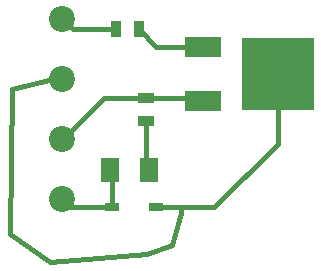
<source format=gtl>
G04 (created by PCBNEW (2013-07-07 BZR 4022)-stable) date 3/12/2015 5:29:47 AM*
%MOIN*%
G04 Gerber Fmt 3.4, Leading zero omitted, Abs format*
%FSLAX34Y34*%
G01*
G70*
G90*
G04 APERTURE LIST*
%ADD10C,0.00590551*%
%ADD11R,0.0472X0.0276*%
%ADD12R,0.06X0.08*%
%ADD13R,0.035X0.055*%
%ADD14R,0.055X0.035*%
%ADD15R,0.12X0.065*%
%ADD16R,0.24X0.24*%
%ADD17C,0.0866142*%
%ADD18C,0.015748*%
G04 APERTURE END LIST*
G54D10*
G54D11*
X10963Y-14581D03*
X9507Y-14581D03*
G54D12*
X9442Y-13342D03*
X10742Y-13342D03*
G54D13*
X9651Y-8646D03*
X10401Y-8646D03*
G54D14*
X10630Y-10948D03*
X10630Y-11698D03*
G54D15*
X12532Y-9224D03*
G54D16*
X15032Y-10124D03*
G54D15*
X12532Y-11024D03*
G54D17*
X7851Y-8306D03*
X7851Y-10306D03*
X7851Y-12306D03*
X7851Y-14306D03*
G54D18*
X9507Y-14581D02*
X8159Y-14581D01*
X8159Y-14581D02*
X7876Y-14298D01*
X9507Y-14581D02*
X9507Y-13407D01*
X9507Y-13407D02*
X9442Y-13342D01*
X9651Y-8646D02*
X8224Y-8646D01*
X8224Y-8646D02*
X7876Y-8298D01*
X10667Y-16120D02*
X11510Y-15836D01*
X11801Y-14775D02*
X11801Y-14581D01*
X11510Y-15836D02*
X11801Y-14775D01*
X10963Y-14581D02*
X11801Y-14581D01*
X11801Y-14581D02*
X12903Y-14581D01*
X12903Y-14581D02*
X15032Y-12452D01*
X15032Y-12452D02*
X15032Y-10124D01*
X7876Y-10298D02*
X7541Y-10298D01*
X7440Y-16407D02*
X10667Y-16120D01*
X6110Y-15475D02*
X7440Y-16407D01*
X6184Y-10631D02*
X6110Y-15475D01*
X7541Y-10298D02*
X6184Y-10631D01*
X10630Y-10948D02*
X12456Y-10948D01*
X12456Y-10948D02*
X12532Y-11024D01*
X10630Y-10948D02*
X9226Y-10948D01*
X9226Y-10948D02*
X7876Y-12298D01*
X10630Y-11698D02*
X10630Y-13230D01*
X10630Y-13230D02*
X10742Y-13342D01*
X12532Y-9224D02*
X10979Y-9224D01*
X10979Y-9224D02*
X10401Y-8646D01*
M02*

</source>
